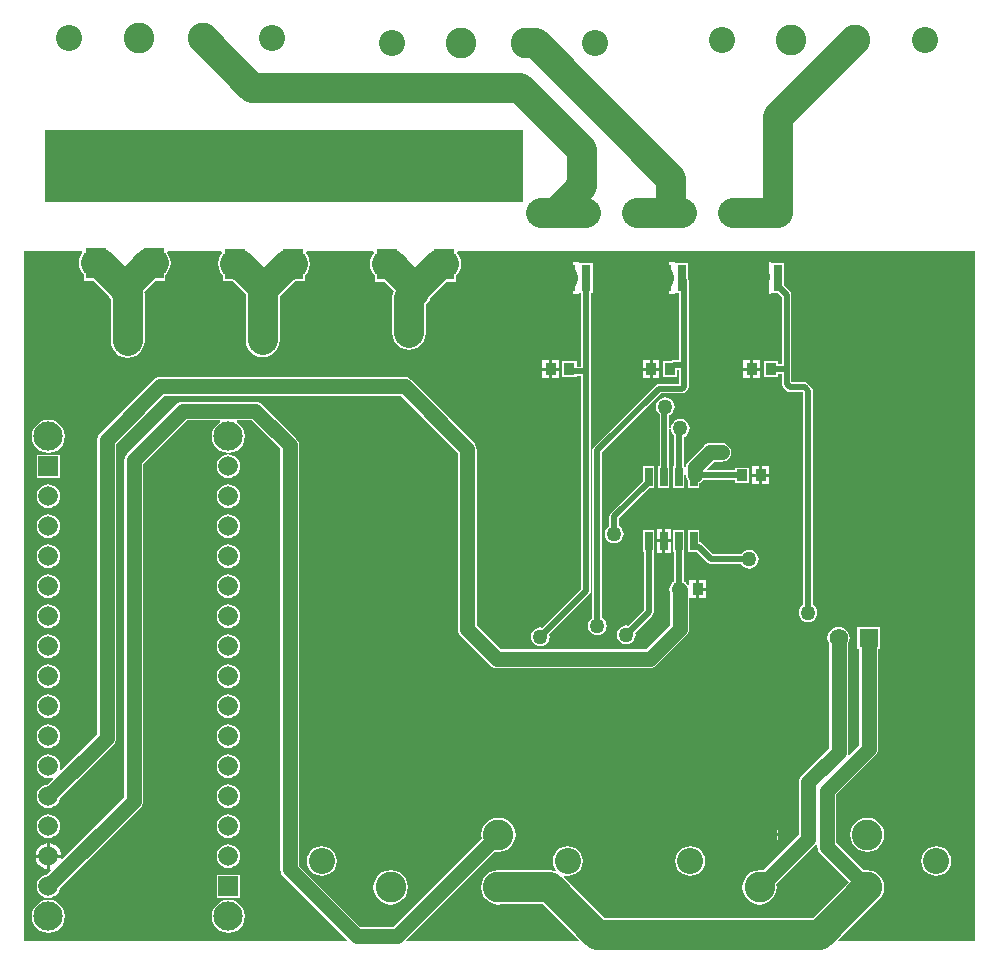
<source format=gtl>
G04*
G04 #@! TF.GenerationSoftware,Altium Limited,Altium Designer,19.1.7 (138)*
G04*
G04 Layer_Physical_Order=1*
G04 Layer_Color=255*
%FSLAX25Y25*%
%MOIN*%
G70*
G01*
G75*
%ADD10C,0.02000*%
%ADD16R,0.02559X0.06004*%
%ADD17R,0.06693X0.10472*%
%ADD18R,0.06693X0.06693*%
%ADD19R,0.03150X0.08661*%
%ADD20R,0.03543X0.03937*%
%ADD30C,0.10200*%
%ADD33C,0.10000*%
%ADD34C,0.05000*%
%ADD35R,0.18400X0.17600*%
%ADD36R,0.17200X0.17200*%
%ADD37R,0.19000X0.15400*%
%ADD38R,0.14330X0.14600*%
%ADD39R,0.17400X0.16200*%
%ADD40R,1.59200X0.24400*%
%ADD41R,0.06555X0.06555*%
%ADD42C,0.06555*%
%ADD43C,0.09744*%
%ADD44C,0.08700*%
%ADD45R,0.06201X0.06201*%
%ADD46C,0.06201*%
%ADD47C,0.05000*%
G36*
X433800Y202000D02*
X388542D01*
X388351Y202462D01*
X401402Y215513D01*
X402015Y215984D01*
X402929Y217175D01*
X403503Y218561D01*
X403699Y220049D01*
X403503Y221537D01*
X402929Y222924D01*
X402015Y224114D01*
X400825Y225028D01*
X399438Y225603D01*
X397950Y225798D01*
X396777Y225644D01*
X387527Y234894D01*
Y250905D01*
X400611Y263989D01*
X401108Y264637D01*
X401420Y265391D01*
X401474Y265795D01*
X401527Y266200D01*
X401527Y266200D01*
Y299500D01*
X402100D01*
Y306900D01*
X394700D01*
Y299500D01*
X395273D01*
Y267495D01*
X391815Y264037D01*
X391391Y264320D01*
X391420Y264391D01*
X391527Y265200D01*
X391527Y265200D01*
Y301196D01*
X391632Y301334D01*
X392005Y302234D01*
X392132Y303200D01*
X392005Y304166D01*
X391632Y305066D01*
X391039Y305839D01*
X390266Y306432D01*
X389366Y306805D01*
X388400Y306932D01*
X387434Y306805D01*
X386534Y306432D01*
X385761Y305839D01*
X385168Y305066D01*
X384795Y304166D01*
X384668Y303200D01*
X384795Y302234D01*
X385168Y301334D01*
X385273Y301196D01*
Y266495D01*
X375989Y257211D01*
X375492Y256563D01*
X375180Y255809D01*
X375073Y255000D01*
X375073Y255000D01*
Y237494D01*
X363223Y225644D01*
X362050Y225798D01*
X360562Y225603D01*
X359175Y225028D01*
X357985Y224114D01*
X357071Y222924D01*
X356497Y221537D01*
X356301Y220049D01*
X356497Y218561D01*
X357071Y217175D01*
X357985Y215984D01*
X359175Y215070D01*
X360562Y214496D01*
X362050Y214300D01*
X363538Y214496D01*
X364925Y215070D01*
X366115Y215984D01*
X367029Y217175D01*
X367603Y218561D01*
X367799Y220049D01*
X367645Y221222D01*
X380411Y233988D01*
X380773Y234460D01*
X381273Y234291D01*
Y233599D01*
X381273Y233599D01*
X381380Y232790D01*
X381692Y232036D01*
X382189Y231388D01*
X391745Y221832D01*
X379761Y209848D01*
X310352D01*
X296723Y223477D01*
X296957Y223950D01*
X298050Y223807D01*
X299342Y223977D01*
X300546Y224475D01*
X301580Y225269D01*
X302374Y226303D01*
X302873Y227507D01*
X303043Y228799D01*
X302873Y230091D01*
X302374Y231295D01*
X301580Y232330D01*
X300546Y233123D01*
X299342Y233622D01*
X298050Y233792D01*
X296758Y233622D01*
X295554Y233123D01*
X294520Y232330D01*
X293726Y231295D01*
X293227Y230091D01*
X293057Y228799D01*
X293227Y227507D01*
X293726Y226303D01*
X294062Y225865D01*
X293747Y225454D01*
X293625Y225505D01*
X292163Y225697D01*
X292163Y225697D01*
X275766D01*
X275000Y225798D01*
X273512Y225603D01*
X272125Y225028D01*
X270935Y224114D01*
X270021Y222924D01*
X269447Y221537D01*
X269251Y220049D01*
X269447Y218561D01*
X270021Y217175D01*
X270935Y215984D01*
X272125Y215070D01*
X273512Y214496D01*
X275000Y214300D01*
X275766Y214401D01*
X289823D01*
X301762Y202462D01*
X301571Y202000D01*
X244526D01*
X244335Y202462D01*
X273827Y231954D01*
X275000Y231800D01*
X276488Y231996D01*
X277875Y232570D01*
X279065Y233484D01*
X279979Y234675D01*
X280553Y236061D01*
X280749Y237549D01*
X280553Y239037D01*
X279979Y240424D01*
X279065Y241615D01*
X277875Y242528D01*
X276488Y243103D01*
X275000Y243298D01*
X273512Y243103D01*
X272125Y242528D01*
X270935Y241615D01*
X270021Y240424D01*
X269447Y239037D01*
X269251Y237549D01*
X269405Y236376D01*
X239827Y206798D01*
X229024D01*
X208527Y227295D01*
Y367400D01*
X208527Y367400D01*
X208420Y368209D01*
X208108Y368963D01*
X207611Y369611D01*
X207611Y369611D01*
X196239Y380983D01*
X195591Y381480D01*
X194837Y381792D01*
X194433Y381845D01*
X194028Y381899D01*
X194028Y381899D01*
X169772D01*
X169772Y381899D01*
X168963Y381792D01*
X168209Y381480D01*
X167561Y380983D01*
X151205Y364627D01*
X150708Y363980D01*
X150396Y363226D01*
X150343Y362821D01*
X150290Y362416D01*
X150290Y362416D01*
Y250112D01*
X129704Y229526D01*
X129230Y229759D01*
X129249Y229900D01*
X125500D01*
Y226151D01*
X125641Y226170D01*
X125874Y225696D01*
X124412Y224234D01*
X123988Y224178D01*
X123045Y223787D01*
X122234Y223165D01*
X121613Y222356D01*
X121222Y221412D01*
X121089Y220400D01*
X121222Y219388D01*
X121613Y218444D01*
X122234Y217635D01*
X123045Y217013D01*
X123988Y216622D01*
X125000Y216489D01*
X126012Y216622D01*
X126955Y217013D01*
X127766Y217635D01*
X128387Y218444D01*
X128778Y219388D01*
X128834Y219812D01*
X155627Y246605D01*
X156124Y247253D01*
X156437Y248007D01*
X156543Y248816D01*
Y361121D01*
X171067Y375645D01*
X182148D01*
X182194Y375413D01*
X182195Y375145D01*
X181097Y374303D01*
X180220Y373160D01*
X179669Y371829D01*
X179481Y370400D01*
X179669Y368971D01*
X180220Y367640D01*
X181097Y366497D01*
X182240Y365620D01*
X183572Y365069D01*
X185000Y364881D01*
X186428Y365069D01*
X187760Y365620D01*
X188903Y366497D01*
X189780Y367640D01*
X190331Y368971D01*
X190519Y370400D01*
X190331Y371829D01*
X189780Y373160D01*
X188903Y374303D01*
X187805Y375145D01*
X187806Y375413D01*
X187852Y375645D01*
X192733D01*
X202273Y366105D01*
Y226000D01*
X202273Y226000D01*
X202380Y225191D01*
X202692Y224437D01*
X203189Y223789D01*
X224516Y202462D01*
X224325Y202000D01*
X116800D01*
Y432000D01*
X136135D01*
X136357Y431552D01*
X135908Y430968D01*
X135344Y429605D01*
X135152Y428143D01*
X135344Y426681D01*
X135908Y425319D01*
X136806Y424149D01*
X136854Y424113D01*
Y422307D01*
X140066D01*
X145190Y417183D01*
X145554Y416303D01*
X145752Y416046D01*
Y402200D01*
X145944Y400738D01*
X146508Y399376D01*
X147406Y398206D01*
X148576Y397308D01*
X149938Y396744D01*
X151400Y396552D01*
X152862Y396744D01*
X154224Y397308D01*
X155394Y398206D01*
X156292Y399376D01*
X156856Y400738D01*
X157048Y402200D01*
Y418173D01*
X157048Y418173D01*
X157007Y418488D01*
X160826Y422307D01*
X164038D01*
Y424113D01*
X164085Y424149D01*
X164983Y425319D01*
X165547Y426681D01*
X165740Y428143D01*
X165547Y429605D01*
X164983Y430968D01*
X164535Y431552D01*
X164756Y432000D01*
X182624D01*
X182870Y431500D01*
X182308Y430767D01*
X181744Y429405D01*
X181552Y427943D01*
X181744Y426481D01*
X182308Y425119D01*
X183206Y423949D01*
X183254Y423913D01*
Y422107D01*
X186466D01*
X190752Y417821D01*
Y402400D01*
X190944Y400938D01*
X191508Y399576D01*
X192406Y398406D01*
X193576Y397508D01*
X194938Y396944D01*
X196400Y396752D01*
X197862Y396944D01*
X199224Y397508D01*
X200394Y398406D01*
X201292Y399576D01*
X201856Y400938D01*
X202048Y402400D01*
Y416854D01*
X202102Y416983D01*
X207226Y422107D01*
X210438D01*
Y423913D01*
X210485Y423949D01*
X211383Y425119D01*
X211947Y426481D01*
X212140Y427943D01*
X211947Y429405D01*
X211383Y430767D01*
X210821Y431500D01*
X211067Y432000D01*
X233243D01*
X233489Y431500D01*
X232817Y430624D01*
X232253Y429262D01*
X232060Y427800D01*
X232253Y426338D01*
X232817Y424976D01*
X233715Y423806D01*
X233762Y423770D01*
Y421964D01*
X236974D01*
X240067Y418871D01*
X239744Y418092D01*
X239552Y416630D01*
X239552Y416630D01*
Y404800D01*
X239744Y403338D01*
X240308Y401976D01*
X241206Y400806D01*
X242376Y399908D01*
X243738Y399344D01*
X245200Y399152D01*
X246662Y399344D01*
X248024Y399908D01*
X249194Y400806D01*
X250092Y401976D01*
X250656Y403338D01*
X250848Y404800D01*
Y414290D01*
X251348Y414790D01*
X251348Y414790D01*
X252246Y415960D01*
X252610Y416840D01*
X257734Y421964D01*
X260946D01*
Y423770D01*
X260994Y423806D01*
X261892Y424976D01*
X262456Y426338D01*
X262648Y427800D01*
X262456Y429262D01*
X261892Y430624D01*
X261220Y431500D01*
X261466Y432000D01*
X433800D01*
Y202000D01*
D02*
G37*
%LPC*%
G36*
X360400Y429248D02*
X353554D01*
X352092Y429056D01*
X350825Y428531D01*
X350580D01*
Y428376D01*
X349560Y427594D01*
X348663Y426424D01*
X348098Y425062D01*
X347906Y423600D01*
X348098Y422138D01*
X348663Y420776D01*
X349560Y419606D01*
X350580Y418824D01*
Y417869D01*
X352654D01*
Y423200D01*
X353654D01*
Y417869D01*
X357654D01*
Y423200D01*
X358654D01*
Y417869D01*
X362654D01*
Y423200D01*
Y428728D01*
X361862Y429056D01*
X360400Y429248D01*
D02*
G37*
G36*
X328602Y428848D02*
X321177D01*
X319715Y428656D01*
X319413Y428531D01*
X318602D01*
Y428195D01*
X318353Y428092D01*
X317183Y427194D01*
X316286Y426024D01*
X315721Y424662D01*
X315529Y423200D01*
X315721Y421738D01*
X316286Y420376D01*
X317183Y419206D01*
X318353Y418308D01*
X318602Y418205D01*
Y417869D01*
X319413D01*
X319715Y417744D01*
X321177Y417552D01*
X328602D01*
X330064Y417744D01*
X330366Y417869D01*
X330677D01*
Y423200D01*
Y428531D01*
X330366D01*
X330064Y428656D01*
X328602Y428848D01*
D02*
G37*
G36*
X296400D02*
X288800D01*
X287338Y428656D01*
X287036Y428531D01*
X286625D01*
Y428361D01*
X285976Y428092D01*
X284806Y427194D01*
X283908Y426024D01*
X283344Y424662D01*
X283152Y423200D01*
X283344Y421738D01*
X283908Y420376D01*
X284806Y419206D01*
X285976Y418308D01*
X286625Y418039D01*
Y417869D01*
X287036D01*
X287338Y417744D01*
X288800Y417552D01*
X296400D01*
X297862Y417744D01*
X298164Y417869D01*
X298700D01*
Y423200D01*
Y428531D01*
X298164D01*
X297862Y428656D01*
X296400Y428848D01*
D02*
G37*
G36*
X365729Y428531D02*
X363654D01*
Y423200D01*
Y417869D01*
X365729D01*
Y417873D01*
X365980Y418269D01*
X368022D01*
X369433Y416858D01*
Y394431D01*
X368121D01*
Y395369D01*
X363378D01*
Y390231D01*
X368121D01*
Y391169D01*
X369433D01*
Y387971D01*
X369557Y387347D01*
X369911Y386817D01*
X371175Y385554D01*
X371704Y385200D01*
X372328Y385076D01*
X376406D01*
X376569Y384913D01*
Y314256D01*
X375989Y313811D01*
X375492Y313163D01*
X375180Y312409D01*
X375073Y311600D01*
X375180Y310791D01*
X375492Y310037D01*
X375989Y309389D01*
X376637Y308892D01*
X377391Y308580D01*
X378200Y308473D01*
X379009Y308580D01*
X379763Y308892D01*
X380411Y309389D01*
X380908Y310037D01*
X381220Y310791D01*
X381327Y311600D01*
X381220Y312409D01*
X380908Y313163D01*
X380411Y313811D01*
X379831Y314256D01*
Y385589D01*
X379707Y386213D01*
X379353Y386742D01*
X378235Y387861D01*
X377706Y388214D01*
X377082Y388338D01*
X373004D01*
X372696Y388647D01*
Y392400D01*
X372696Y392400D01*
X372696Y392400D01*
Y417534D01*
X372696Y417534D01*
X372572Y418158D01*
X372218Y418687D01*
X370329Y420576D01*
Y428131D01*
X365980D01*
X365729Y428527D01*
Y428531D01*
D02*
G37*
G36*
X301775D02*
X299700D01*
Y423200D01*
Y417869D01*
X301775D01*
Y417873D01*
X302025Y418269D01*
X302569D01*
Y393631D01*
X301071D01*
Y395369D01*
X296328D01*
Y390231D01*
X301071D01*
Y390369D01*
X302569D01*
Y319476D01*
X289724Y306631D01*
X289000Y306727D01*
X288191Y306620D01*
X287437Y306308D01*
X286789Y305811D01*
X286292Y305163D01*
X285980Y304409D01*
X285873Y303600D01*
X285980Y302791D01*
X286292Y302037D01*
X286789Y301389D01*
X287437Y300892D01*
X288191Y300580D01*
X289000Y300473D01*
X289809Y300580D01*
X290563Y300892D01*
X291211Y301389D01*
X291708Y302037D01*
X292020Y302791D01*
X292127Y303600D01*
X292031Y304324D01*
X305353Y317647D01*
X305707Y318176D01*
X305831Y318800D01*
Y392000D01*
X305831Y392000D01*
Y418269D01*
X306375D01*
Y428131D01*
X302025D01*
X301775Y428527D01*
Y428531D01*
D02*
G37*
G36*
X362222Y395768D02*
X359950D01*
Y393300D01*
X362222D01*
Y395768D01*
D02*
G37*
G36*
X328697D02*
X326425D01*
Y393300D01*
X328697D01*
Y395768D01*
D02*
G37*
G36*
X295172D02*
X292900D01*
Y393300D01*
X295172D01*
Y395768D01*
D02*
G37*
G36*
X325425D02*
X323153D01*
Y393300D01*
X325425D01*
Y395768D01*
D02*
G37*
G36*
X358950D02*
X356679D01*
Y393300D01*
X358950D01*
Y395768D01*
D02*
G37*
G36*
X291900D02*
X289628D01*
Y393300D01*
X291900D01*
Y395768D01*
D02*
G37*
G36*
X362222Y392300D02*
X359950D01*
Y389831D01*
X362222D01*
Y392300D01*
D02*
G37*
G36*
X358950D02*
X356679D01*
Y389831D01*
X358950D01*
Y392300D01*
D02*
G37*
G36*
X328697D02*
X326425D01*
Y389831D01*
X328697D01*
Y392300D01*
D02*
G37*
G36*
X325425D02*
X323153D01*
Y389831D01*
X325425D01*
Y392300D01*
D02*
G37*
G36*
X295172D02*
X292900D01*
Y389831D01*
X295172D01*
Y392300D01*
D02*
G37*
G36*
X291900D02*
X289628D01*
Y389831D01*
X291900D01*
Y392300D01*
D02*
G37*
G36*
X125000Y375919D02*
X123572Y375731D01*
X122240Y375180D01*
X121097Y374303D01*
X120220Y373160D01*
X119669Y371829D01*
X119481Y370400D01*
X119669Y368971D01*
X120220Y367640D01*
X121097Y366497D01*
X122240Y365620D01*
X123572Y365069D01*
X125000Y364881D01*
X126428Y365069D01*
X127760Y365620D01*
X128903Y366497D01*
X129780Y367640D01*
X130331Y368971D01*
X130519Y370400D01*
X130331Y371829D01*
X129780Y373160D01*
X128903Y374303D01*
X127760Y375180D01*
X126428Y375731D01*
X125000Y375919D01*
D02*
G37*
G36*
X365172Y360368D02*
X362900D01*
Y357900D01*
X365172D01*
Y360368D01*
D02*
G37*
G36*
X361900D02*
X359628D01*
Y357900D01*
X361900D01*
Y360368D01*
D02*
G37*
G36*
X128878Y364278D02*
X121122D01*
Y356522D01*
X128878D01*
Y364278D01*
D02*
G37*
G36*
X185000Y364311D02*
X183988Y364178D01*
X183045Y363787D01*
X182235Y363165D01*
X181613Y362355D01*
X181222Y361412D01*
X181089Y360400D01*
X181222Y359388D01*
X181613Y358444D01*
X182235Y357634D01*
X183045Y357013D01*
X183988Y356622D01*
X185000Y356489D01*
X186012Y356622D01*
X186955Y357013D01*
X187766Y357634D01*
X188387Y358444D01*
X188778Y359388D01*
X188911Y360400D01*
X188778Y361412D01*
X188387Y362355D01*
X187766Y363165D01*
X186955Y363787D01*
X186012Y364178D01*
X185000Y364311D01*
D02*
G37*
G36*
X330600Y383327D02*
X329791Y383220D01*
X329037Y382908D01*
X328389Y382411D01*
X327892Y381763D01*
X327580Y381009D01*
X327473Y380200D01*
X327580Y379391D01*
X327892Y378637D01*
X328389Y377989D01*
X328719Y377736D01*
Y360479D01*
X328221D01*
Y353275D01*
X331979D01*
Y357118D01*
X331981Y357127D01*
Y372906D01*
X332481Y372938D01*
X332580Y372191D01*
X332892Y371437D01*
X333389Y370789D01*
X333469Y370728D01*
Y360479D01*
X333221D01*
Y353275D01*
X336980D01*
Y357535D01*
X337479Y357567D01*
X337582Y356791D01*
X337894Y356037D01*
X338221Y355611D01*
Y353275D01*
X341980D01*
Y354815D01*
X342165Y354892D01*
X342813Y355389D01*
X343104Y355769D01*
X353729D01*
Y354832D01*
X358472D01*
Y359968D01*
X353729D01*
Y359031D01*
X344707D01*
X344515Y359493D01*
X346895Y361873D01*
X349400D01*
X350209Y361980D01*
X350963Y362292D01*
X351611Y362789D01*
X352108Y363437D01*
X352420Y364191D01*
X352527Y365000D01*
X352420Y365809D01*
X352108Y366563D01*
X351611Y367211D01*
X350963Y367708D01*
X350209Y368020D01*
X349400Y368127D01*
X345600D01*
X345600Y368127D01*
X345195Y368074D01*
X344791Y368020D01*
X344037Y367708D01*
X343389Y367211D01*
X343389Y367211D01*
X338391Y362213D01*
X337894Y361565D01*
X337582Y360811D01*
X337479Y360035D01*
X336980Y360068D01*
Y360479D01*
X336731D01*
Y370113D01*
X337163Y370292D01*
X337811Y370789D01*
X338308Y371437D01*
X338620Y372191D01*
X338727Y373000D01*
X338620Y373809D01*
X338308Y374563D01*
X337811Y375211D01*
X337163Y375708D01*
X336409Y376020D01*
X335600Y376127D01*
X334791Y376020D01*
X334037Y375708D01*
X333389Y375211D01*
X332892Y374563D01*
X332580Y373809D01*
X332481Y373061D01*
X331981Y373094D01*
Y377417D01*
X332163Y377492D01*
X332811Y377989D01*
X333308Y378637D01*
X333620Y379391D01*
X333727Y380200D01*
X333620Y381009D01*
X333308Y381763D01*
X332811Y382411D01*
X332163Y382908D01*
X331409Y383220D01*
X330600Y383327D01*
D02*
G37*
G36*
X365172Y356900D02*
X362900D01*
Y354432D01*
X365172D01*
Y356900D01*
D02*
G37*
G36*
X361900D02*
X359628D01*
Y354432D01*
X361900D01*
Y356900D01*
D02*
G37*
G36*
X185000Y354311D02*
X183988Y354178D01*
X183045Y353787D01*
X182235Y353166D01*
X181613Y352356D01*
X181222Y351412D01*
X181089Y350400D01*
X181222Y349388D01*
X181613Y348445D01*
X182235Y347635D01*
X183045Y347013D01*
X183988Y346622D01*
X185000Y346489D01*
X186012Y346622D01*
X186955Y347013D01*
X187766Y347635D01*
X188387Y348445D01*
X188778Y349388D01*
X188911Y350400D01*
X188778Y351412D01*
X188387Y352356D01*
X187766Y353166D01*
X186955Y353787D01*
X186012Y354178D01*
X185000Y354311D01*
D02*
G37*
G36*
X125000D02*
X123988Y354178D01*
X123045Y353787D01*
X122234Y353166D01*
X121613Y352356D01*
X121222Y351412D01*
X121089Y350400D01*
X121222Y349388D01*
X121613Y348445D01*
X122234Y347635D01*
X123045Y347013D01*
X123988Y346622D01*
X125000Y346489D01*
X126012Y346622D01*
X126955Y347013D01*
X127766Y347635D01*
X128387Y348445D01*
X128778Y349388D01*
X128911Y350400D01*
X128778Y351412D01*
X128387Y352356D01*
X127766Y353166D01*
X126955Y353787D01*
X126012Y354178D01*
X125000Y354311D01*
D02*
G37*
G36*
X185000Y344311D02*
X183988Y344178D01*
X183045Y343787D01*
X182235Y343165D01*
X181613Y342355D01*
X181222Y341412D01*
X181089Y340400D01*
X181222Y339388D01*
X181613Y338444D01*
X182235Y337634D01*
X183045Y337013D01*
X183988Y336622D01*
X185000Y336489D01*
X186012Y336622D01*
X186955Y337013D01*
X187766Y337634D01*
X188387Y338444D01*
X188778Y339388D01*
X188911Y340400D01*
X188778Y341412D01*
X188387Y342355D01*
X187766Y343165D01*
X186955Y343787D01*
X186012Y344178D01*
X185000Y344311D01*
D02*
G37*
G36*
X125000D02*
X123988Y344178D01*
X123045Y343787D01*
X122234Y343165D01*
X121613Y342355D01*
X121222Y341412D01*
X121089Y340400D01*
X121222Y339388D01*
X121613Y338444D01*
X122234Y337634D01*
X123045Y337013D01*
X123988Y336622D01*
X125000Y336489D01*
X126012Y336622D01*
X126955Y337013D01*
X127766Y337634D01*
X128387Y338444D01*
X128778Y339388D01*
X128911Y340400D01*
X128778Y341412D01*
X128387Y342355D01*
X127766Y343165D01*
X126955Y343787D01*
X126012Y344178D01*
X125000Y344311D01*
D02*
G37*
G36*
X332380Y339525D02*
X330600D01*
Y336023D01*
X332380D01*
Y339525D01*
D02*
G37*
G36*
X329600D02*
X327820D01*
Y336023D01*
X329600D01*
Y339525D01*
D02*
G37*
G36*
X326979Y360479D02*
X323220D01*
Y355582D01*
X312446Y344808D01*
X312093Y344279D01*
X311969Y343655D01*
Y340456D01*
X311389Y340011D01*
X310892Y339363D01*
X310580Y338609D01*
X310473Y337800D01*
X310580Y336991D01*
X310892Y336237D01*
X311389Y335589D01*
X312037Y335092D01*
X312791Y334780D01*
X313600Y334673D01*
X314409Y334780D01*
X315163Y335092D01*
X315811Y335589D01*
X316308Y336237D01*
X316620Y336991D01*
X316727Y337800D01*
X316620Y338609D01*
X316308Y339363D01*
X315811Y340011D01*
X315231Y340456D01*
Y342979D01*
X325528Y353275D01*
X326979D01*
Y360479D01*
D02*
G37*
G36*
X332380Y335023D02*
X330600D01*
Y331521D01*
X332380D01*
Y335023D01*
D02*
G37*
G36*
X329600D02*
X327820D01*
Y331521D01*
X329600D01*
Y335023D01*
D02*
G37*
G36*
X185000Y334311D02*
X183988Y334178D01*
X183045Y333787D01*
X182235Y333166D01*
X181613Y332355D01*
X181222Y331412D01*
X181089Y330400D01*
X181222Y329388D01*
X181613Y328445D01*
X182235Y327635D01*
X183045Y327013D01*
X183988Y326622D01*
X185000Y326489D01*
X186012Y326622D01*
X186955Y327013D01*
X187766Y327635D01*
X188387Y328445D01*
X188778Y329388D01*
X188911Y330400D01*
X188778Y331412D01*
X188387Y332355D01*
X187766Y333166D01*
X186955Y333787D01*
X186012Y334178D01*
X185000Y334311D01*
D02*
G37*
G36*
X125000D02*
X123988Y334178D01*
X123045Y333787D01*
X122234Y333166D01*
X121613Y332355D01*
X121222Y331412D01*
X121089Y330400D01*
X121222Y329388D01*
X121613Y328445D01*
X122234Y327635D01*
X123045Y327013D01*
X123988Y326622D01*
X125000Y326489D01*
X126012Y326622D01*
X126955Y327013D01*
X127766Y327635D01*
X128387Y328445D01*
X128778Y329388D01*
X128911Y330400D01*
X128778Y331412D01*
X128387Y332355D01*
X127766Y333166D01*
X126955Y333787D01*
X126012Y334178D01*
X125000Y334311D01*
D02*
G37*
G36*
X341980Y339125D02*
X338221D01*
Y331921D01*
X340222D01*
X340380Y331890D01*
X341203D01*
X344847Y328246D01*
X345376Y327893D01*
X346000Y327769D01*
X355944D01*
X356389Y327189D01*
X357037Y326692D01*
X357791Y326380D01*
X358600Y326273D01*
X359409Y326380D01*
X360163Y326692D01*
X360811Y327189D01*
X361308Y327837D01*
X361620Y328591D01*
X361727Y329400D01*
X361620Y330209D01*
X361308Y330963D01*
X360811Y331611D01*
X360163Y332108D01*
X359409Y332420D01*
X358600Y332527D01*
X357791Y332420D01*
X357037Y332108D01*
X356389Y331611D01*
X355944Y331031D01*
X346676D01*
X343033Y334674D01*
X342503Y335028D01*
X341980Y335132D01*
Y339125D01*
D02*
G37*
G36*
X344172Y322369D02*
X341900D01*
Y319900D01*
X344172D01*
Y322369D01*
D02*
G37*
G36*
X185000Y324311D02*
X183988Y324178D01*
X183045Y323787D01*
X182235Y323165D01*
X181613Y322356D01*
X181222Y321412D01*
X181089Y320400D01*
X181222Y319388D01*
X181613Y318444D01*
X182235Y317635D01*
X183045Y317013D01*
X183988Y316622D01*
X185000Y316489D01*
X186012Y316622D01*
X186955Y317013D01*
X187766Y317635D01*
X188387Y318444D01*
X188778Y319388D01*
X188911Y320400D01*
X188778Y321412D01*
X188387Y322356D01*
X187766Y323165D01*
X186955Y323787D01*
X186012Y324178D01*
X185000Y324311D01*
D02*
G37*
G36*
X125000D02*
X123988Y324178D01*
X123045Y323787D01*
X122234Y323165D01*
X121613Y322356D01*
X121222Y321412D01*
X121089Y320400D01*
X121222Y319388D01*
X121613Y318444D01*
X122234Y317635D01*
X123045Y317013D01*
X123988Y316622D01*
X125000Y316489D01*
X126012Y316622D01*
X126955Y317013D01*
X127766Y317635D01*
X128387Y318444D01*
X128778Y319388D01*
X128911Y320400D01*
X128778Y321412D01*
X128387Y322356D01*
X127766Y323165D01*
X126955Y323787D01*
X126012Y324178D01*
X125000Y324311D01*
D02*
G37*
G36*
X344172Y318900D02*
X341900D01*
Y316431D01*
X344172D01*
Y318900D01*
D02*
G37*
G36*
X326979Y339125D02*
X323220D01*
Y331921D01*
X323469D01*
Y312376D01*
X318324Y307231D01*
X317600Y307327D01*
X316791Y307220D01*
X316037Y306908D01*
X315389Y306411D01*
X314892Y305763D01*
X314580Y305009D01*
X314473Y304200D01*
X314580Y303391D01*
X314892Y302637D01*
X315389Y301989D01*
X316037Y301492D01*
X316791Y301180D01*
X317600Y301073D01*
X318409Y301180D01*
X319163Y301492D01*
X319811Y301989D01*
X320308Y302637D01*
X320620Y303391D01*
X320727Y304200D01*
X320631Y304924D01*
X326254Y310546D01*
X326607Y311076D01*
X326731Y311700D01*
Y331921D01*
X326979D01*
Y339125D01*
D02*
G37*
G36*
X185000Y314311D02*
X183988Y314178D01*
X183045Y313787D01*
X182235Y313165D01*
X181613Y312355D01*
X181222Y311412D01*
X181089Y310400D01*
X181222Y309388D01*
X181613Y308444D01*
X182235Y307634D01*
X183045Y307013D01*
X183988Y306622D01*
X185000Y306489D01*
X186012Y306622D01*
X186955Y307013D01*
X187766Y307634D01*
X188387Y308444D01*
X188778Y309388D01*
X188911Y310400D01*
X188778Y311412D01*
X188387Y312355D01*
X187766Y313165D01*
X186955Y313787D01*
X186012Y314178D01*
X185000Y314311D01*
D02*
G37*
G36*
X125000D02*
X123988Y314178D01*
X123045Y313787D01*
X122234Y313165D01*
X121613Y312355D01*
X121222Y311412D01*
X121089Y310400D01*
X121222Y309388D01*
X121613Y308444D01*
X122234Y307634D01*
X123045Y307013D01*
X123988Y306622D01*
X125000Y306489D01*
X126012Y306622D01*
X126955Y307013D01*
X127766Y307634D01*
X128387Y308444D01*
X128778Y309388D01*
X128911Y310400D01*
X128778Y311412D01*
X128387Y312355D01*
X127766Y313165D01*
X126955Y313787D01*
X126012Y314178D01*
X125000Y314311D01*
D02*
G37*
G36*
X333752Y428531D02*
X331677D01*
Y423200D01*
Y417869D01*
X333752D01*
Y417873D01*
X334002Y418269D01*
X335121D01*
Y395831D01*
X333624D01*
X333000Y395707D01*
X332493Y395369D01*
X329853D01*
Y390231D01*
X334596D01*
Y392569D01*
X335121D01*
Y387938D01*
X328606D01*
X327981Y387814D01*
X327452Y387461D01*
X306846Y366855D01*
X306493Y366326D01*
X306369Y365702D01*
Y309856D01*
X305789Y309411D01*
X305292Y308763D01*
X304980Y308009D01*
X304873Y307200D01*
X304980Y306391D01*
X305292Y305637D01*
X305789Y304989D01*
X306437Y304492D01*
X307191Y304180D01*
X308000Y304073D01*
X308809Y304180D01*
X309563Y304492D01*
X310211Y304989D01*
X310708Y305637D01*
X311020Y306391D01*
X311127Y307200D01*
X311020Y308009D01*
X310708Y308763D01*
X310211Y309411D01*
X309631Y309856D01*
Y365026D01*
X329281Y384676D01*
X336201D01*
X336825Y384800D01*
X337354Y385154D01*
X337906Y385705D01*
X338259Y386234D01*
X338383Y386858D01*
Y394200D01*
Y422625D01*
X338352Y422783D01*
Y428131D01*
X334002D01*
X333752Y428527D01*
Y428531D01*
D02*
G37*
G36*
X185000Y304311D02*
X183988Y304178D01*
X183045Y303787D01*
X182235Y303166D01*
X181613Y302356D01*
X181222Y301412D01*
X181089Y300400D01*
X181222Y299388D01*
X181613Y298445D01*
X182235Y297635D01*
X183045Y297013D01*
X183988Y296622D01*
X185000Y296489D01*
X186012Y296622D01*
X186955Y297013D01*
X187766Y297635D01*
X188387Y298445D01*
X188778Y299388D01*
X188911Y300400D01*
X188778Y301412D01*
X188387Y302356D01*
X187766Y303166D01*
X186955Y303787D01*
X186012Y304178D01*
X185000Y304311D01*
D02*
G37*
G36*
X125000D02*
X123988Y304178D01*
X123045Y303787D01*
X122234Y303166D01*
X121613Y302356D01*
X121222Y301412D01*
X121089Y300400D01*
X121222Y299388D01*
X121613Y298445D01*
X122234Y297635D01*
X123045Y297013D01*
X123988Y296622D01*
X125000Y296489D01*
X126012Y296622D01*
X126955Y297013D01*
X127766Y297635D01*
X128387Y298445D01*
X128778Y299388D01*
X128911Y300400D01*
X128778Y301412D01*
X128387Y302356D01*
X127766Y303166D01*
X126955Y303787D01*
X126012Y304178D01*
X125000Y304311D01*
D02*
G37*
G36*
X243736Y390127D02*
X243736Y390127D01*
X162200D01*
X161391Y390020D01*
X160637Y389708D01*
X159989Y389211D01*
X142189Y371411D01*
X141692Y370763D01*
X141380Y370009D01*
X141273Y369200D01*
X141273Y369200D01*
Y271095D01*
X129144Y258966D01*
X128720Y259249D01*
X128778Y259388D01*
X128911Y260400D01*
X128778Y261412D01*
X128387Y262355D01*
X127766Y263165D01*
X126955Y263787D01*
X126012Y264178D01*
X125000Y264311D01*
X123988Y264178D01*
X123045Y263787D01*
X122234Y263165D01*
X121613Y262355D01*
X121222Y261412D01*
X121089Y260400D01*
X121222Y259388D01*
X121613Y258444D01*
X122234Y257634D01*
X123045Y257013D01*
X123988Y256622D01*
X125000Y256489D01*
X126012Y256622D01*
X126151Y256680D01*
X126434Y256256D01*
X124412Y254234D01*
X123988Y254178D01*
X123045Y253787D01*
X122234Y253166D01*
X121613Y252356D01*
X121222Y251412D01*
X121089Y250400D01*
X121222Y249388D01*
X121613Y248445D01*
X122234Y247635D01*
X123045Y247013D01*
X123988Y246622D01*
X125000Y246489D01*
X126012Y246622D01*
X126955Y247013D01*
X127766Y247635D01*
X128387Y248445D01*
X128778Y249388D01*
X128834Y249812D01*
X146611Y267589D01*
X146611Y267589D01*
X147108Y268237D01*
X147420Y268991D01*
X147527Y269800D01*
Y367905D01*
X163495Y383873D01*
X242441D01*
X261473Y364841D01*
Y306115D01*
X261473Y306115D01*
X261580Y305306D01*
X261892Y304551D01*
X262389Y303904D01*
X272304Y293989D01*
X272951Y293492D01*
X273706Y293180D01*
X274515Y293073D01*
X325400D01*
X325400Y293073D01*
X326209Y293180D01*
X326963Y293492D01*
X327611Y293989D01*
X337611Y303989D01*
X337611Y303989D01*
X338108Y304637D01*
X338420Y305391D01*
X338527Y306200D01*
X338527Y306200D01*
Y315974D01*
X338628Y316431D01*
X339027Y316431D01*
X340900D01*
Y319400D01*
Y322369D01*
X338628D01*
Y320714D01*
X338128Y320615D01*
X338108Y320664D01*
X337611Y321312D01*
X337611Y321312D01*
X337472Y321450D01*
Y321969D01*
X336846D01*
X336731Y322056D01*
Y331921D01*
X336980D01*
Y339125D01*
X333221D01*
Y331921D01*
X333469D01*
Y322055D01*
X333356Y321969D01*
X332729D01*
Y321402D01*
X332393Y320963D01*
X332081Y320209D01*
X331974Y319400D01*
X332081Y318591D01*
X332273Y318126D01*
Y307495D01*
X324105Y299327D01*
X275810D01*
X267727Y307410D01*
Y366136D01*
X267727Y366136D01*
X267673Y366540D01*
X267620Y366945D01*
X267308Y367699D01*
X266811Y368347D01*
X245947Y389211D01*
X245299Y389708D01*
X244545Y390020D01*
X243736Y390127D01*
D02*
G37*
G36*
X185000Y294311D02*
X183988Y294178D01*
X183045Y293787D01*
X182235Y293165D01*
X181613Y292355D01*
X181222Y291412D01*
X181089Y290400D01*
X181222Y289388D01*
X181613Y288444D01*
X182235Y287634D01*
X183045Y287013D01*
X183988Y286622D01*
X185000Y286489D01*
X186012Y286622D01*
X186955Y287013D01*
X187766Y287634D01*
X188387Y288444D01*
X188778Y289388D01*
X188911Y290400D01*
X188778Y291412D01*
X188387Y292355D01*
X187766Y293165D01*
X186955Y293787D01*
X186012Y294178D01*
X185000Y294311D01*
D02*
G37*
G36*
X125000D02*
X123988Y294178D01*
X123045Y293787D01*
X122234Y293165D01*
X121613Y292355D01*
X121222Y291412D01*
X121089Y290400D01*
X121222Y289388D01*
X121613Y288444D01*
X122234Y287634D01*
X123045Y287013D01*
X123988Y286622D01*
X125000Y286489D01*
X126012Y286622D01*
X126955Y287013D01*
X127766Y287634D01*
X128387Y288444D01*
X128778Y289388D01*
X128911Y290400D01*
X128778Y291412D01*
X128387Y292355D01*
X127766Y293165D01*
X126955Y293787D01*
X126012Y294178D01*
X125000Y294311D01*
D02*
G37*
G36*
X185000Y284311D02*
X183988Y284178D01*
X183045Y283787D01*
X182235Y283166D01*
X181613Y282355D01*
X181222Y281412D01*
X181089Y280400D01*
X181222Y279388D01*
X181613Y278445D01*
X182235Y277635D01*
X183045Y277013D01*
X183988Y276622D01*
X185000Y276489D01*
X186012Y276622D01*
X186955Y277013D01*
X187766Y277635D01*
X188387Y278445D01*
X188778Y279388D01*
X188911Y280400D01*
X188778Y281412D01*
X188387Y282355D01*
X187766Y283166D01*
X186955Y283787D01*
X186012Y284178D01*
X185000Y284311D01*
D02*
G37*
G36*
X125000D02*
X123988Y284178D01*
X123045Y283787D01*
X122234Y283166D01*
X121613Y282355D01*
X121222Y281412D01*
X121089Y280400D01*
X121222Y279388D01*
X121613Y278445D01*
X122234Y277635D01*
X123045Y277013D01*
X123988Y276622D01*
X125000Y276489D01*
X126012Y276622D01*
X126955Y277013D01*
X127766Y277635D01*
X128387Y278445D01*
X128778Y279388D01*
X128911Y280400D01*
X128778Y281412D01*
X128387Y282355D01*
X127766Y283166D01*
X126955Y283787D01*
X126012Y284178D01*
X125000Y284311D01*
D02*
G37*
G36*
X185000Y274311D02*
X183988Y274178D01*
X183045Y273787D01*
X182235Y273165D01*
X181613Y272356D01*
X181222Y271412D01*
X181089Y270400D01*
X181222Y269388D01*
X181613Y268444D01*
X182235Y267635D01*
X183045Y267013D01*
X183988Y266622D01*
X185000Y266489D01*
X186012Y266622D01*
X186955Y267013D01*
X187766Y267635D01*
X188387Y268444D01*
X188778Y269388D01*
X188911Y270400D01*
X188778Y271412D01*
X188387Y272356D01*
X187766Y273165D01*
X186955Y273787D01*
X186012Y274178D01*
X185000Y274311D01*
D02*
G37*
G36*
X125000D02*
X123988Y274178D01*
X123045Y273787D01*
X122234Y273165D01*
X121613Y272356D01*
X121222Y271412D01*
X121089Y270400D01*
X121222Y269388D01*
X121613Y268444D01*
X122234Y267635D01*
X123045Y267013D01*
X123988Y266622D01*
X125000Y266489D01*
X126012Y266622D01*
X126955Y267013D01*
X127766Y267635D01*
X128387Y268444D01*
X128778Y269388D01*
X128911Y270400D01*
X128778Y271412D01*
X128387Y272356D01*
X127766Y273165D01*
X126955Y273787D01*
X126012Y274178D01*
X125000Y274311D01*
D02*
G37*
G36*
X185000Y264311D02*
X183988Y264178D01*
X183045Y263787D01*
X182235Y263165D01*
X181613Y262355D01*
X181222Y261412D01*
X181089Y260400D01*
X181222Y259388D01*
X181613Y258444D01*
X182235Y257634D01*
X183045Y257013D01*
X183988Y256622D01*
X185000Y256489D01*
X186012Y256622D01*
X186955Y257013D01*
X187766Y257634D01*
X188387Y258444D01*
X188778Y259388D01*
X188911Y260400D01*
X188778Y261412D01*
X188387Y262355D01*
X187766Y263165D01*
X186955Y263787D01*
X186012Y264178D01*
X185000Y264311D01*
D02*
G37*
G36*
Y254311D02*
X183988Y254178D01*
X183045Y253787D01*
X182235Y253166D01*
X181613Y252356D01*
X181222Y251412D01*
X181089Y250400D01*
X181222Y249388D01*
X181613Y248445D01*
X182235Y247635D01*
X183045Y247013D01*
X183988Y246622D01*
X185000Y246489D01*
X186012Y246622D01*
X186955Y247013D01*
X187766Y247635D01*
X188387Y248445D01*
X188778Y249388D01*
X188911Y250400D01*
X188778Y251412D01*
X188387Y252356D01*
X187766Y253166D01*
X186955Y253787D01*
X186012Y254178D01*
X185000Y254311D01*
D02*
G37*
G36*
X362550Y243630D02*
Y238049D01*
X368130D01*
X368062Y238745D01*
X367713Y239895D01*
X367146Y240955D01*
X366384Y241883D01*
X365455Y242646D01*
X364396Y243212D01*
X363246Y243561D01*
X362550Y243630D01*
D02*
G37*
G36*
X239600D02*
Y238049D01*
X245180D01*
X245112Y238745D01*
X244763Y239895D01*
X244197Y240955D01*
X243434Y241883D01*
X242505Y242646D01*
X241446Y243212D01*
X240296Y243561D01*
X239600Y243630D01*
D02*
G37*
G36*
X361550D02*
X360854Y243561D01*
X359704Y243212D01*
X358645Y242646D01*
X357716Y241883D01*
X356954Y240955D01*
X356387Y239895D01*
X356038Y238745D01*
X355970Y238049D01*
X361550D01*
Y243630D01*
D02*
G37*
G36*
X238600D02*
X237904Y243561D01*
X236754Y243212D01*
X235695Y242646D01*
X234766Y241883D01*
X234003Y240955D01*
X233437Y239895D01*
X233088Y238745D01*
X233020Y238049D01*
X238600D01*
Y243630D01*
D02*
G37*
G36*
X185000Y244311D02*
X183988Y244178D01*
X183045Y243787D01*
X182235Y243165D01*
X181613Y242355D01*
X181222Y241412D01*
X181089Y240400D01*
X181222Y239388D01*
X181613Y238444D01*
X182235Y237634D01*
X183045Y237013D01*
X183988Y236622D01*
X185000Y236489D01*
X186012Y236622D01*
X186955Y237013D01*
X187766Y237634D01*
X188387Y238444D01*
X188778Y239388D01*
X188911Y240400D01*
X188778Y241412D01*
X188387Y242355D01*
X187766Y243165D01*
X186955Y243787D01*
X186012Y244178D01*
X185000Y244311D01*
D02*
G37*
G36*
X125000D02*
X123988Y244178D01*
X123045Y243787D01*
X122234Y243165D01*
X121613Y242355D01*
X121222Y241412D01*
X121089Y240400D01*
X121222Y239388D01*
X121613Y238444D01*
X122234Y237634D01*
X123045Y237013D01*
X123988Y236622D01*
X125000Y236489D01*
X126012Y236622D01*
X126955Y237013D01*
X127766Y237634D01*
X128387Y238444D01*
X128778Y239388D01*
X128911Y240400D01*
X128778Y241412D01*
X128387Y242355D01*
X127766Y243165D01*
X126955Y243787D01*
X126012Y244178D01*
X125000Y244311D01*
D02*
G37*
G36*
X397950Y243298D02*
X396462Y243103D01*
X395075Y242528D01*
X393885Y241615D01*
X392971Y240424D01*
X392397Y239037D01*
X392201Y237549D01*
X392397Y236061D01*
X392971Y234675D01*
X393885Y233484D01*
X395075Y232570D01*
X396462Y231996D01*
X397950Y231800D01*
X399438Y231996D01*
X400825Y232570D01*
X402015Y233484D01*
X402929Y234675D01*
X403503Y236061D01*
X403699Y237549D01*
X403503Y239037D01*
X402929Y240424D01*
X402015Y241615D01*
X400825Y242528D01*
X399438Y243103D01*
X397950Y243298D01*
D02*
G37*
G36*
X245180Y237049D02*
X239600D01*
Y231469D01*
X240296Y231537D01*
X241446Y231886D01*
X242505Y232453D01*
X243434Y233215D01*
X244197Y234144D01*
X244763Y235204D01*
X245112Y236353D01*
X245180Y237049D01*
D02*
G37*
G36*
X368130D02*
X362550D01*
Y231469D01*
X363246Y231537D01*
X364396Y231886D01*
X365455Y232453D01*
X366384Y233215D01*
X367146Y234144D01*
X367713Y235204D01*
X368062Y236353D01*
X368130Y237049D01*
D02*
G37*
G36*
X361550D02*
X355970D01*
X356038Y236353D01*
X356387Y235204D01*
X356954Y234144D01*
X357716Y233215D01*
X358645Y232453D01*
X359704Y231886D01*
X360854Y231537D01*
X361550Y231469D01*
Y237049D01*
D02*
G37*
G36*
X238600D02*
X233020D01*
X233088Y236353D01*
X233437Y235204D01*
X234003Y234144D01*
X234766Y233215D01*
X235695Y232453D01*
X236754Y231886D01*
X237904Y231537D01*
X238600Y231469D01*
Y237049D01*
D02*
G37*
G36*
X125500Y234649D02*
Y230900D01*
X129249D01*
X129167Y231517D01*
X128736Y232557D01*
X128051Y233451D01*
X127157Y234136D01*
X126117Y234567D01*
X125500Y234649D01*
D02*
G37*
G36*
X124500D02*
X123883Y234567D01*
X122843Y234136D01*
X121949Y233451D01*
X121264Y232557D01*
X120833Y231517D01*
X120751Y230900D01*
X124500D01*
Y234649D01*
D02*
G37*
G36*
X185000Y234311D02*
X183988Y234178D01*
X183045Y233787D01*
X182235Y233166D01*
X181613Y232355D01*
X181222Y231412D01*
X181089Y230400D01*
X181222Y229388D01*
X181613Y228445D01*
X182235Y227635D01*
X183045Y227013D01*
X183988Y226622D01*
X185000Y226489D01*
X186012Y226622D01*
X186955Y227013D01*
X187766Y227635D01*
X188387Y228445D01*
X188778Y229388D01*
X188911Y230400D01*
X188778Y231412D01*
X188387Y232355D01*
X187766Y233166D01*
X186955Y233787D01*
X186012Y234178D01*
X185000Y234311D01*
D02*
G37*
G36*
X124500Y229900D02*
X120751D01*
X120833Y229283D01*
X121264Y228243D01*
X121949Y227349D01*
X122843Y226664D01*
X123883Y226233D01*
X124500Y226151D01*
Y229900D01*
D02*
G37*
G36*
X421000Y233792D02*
X419708Y233622D01*
X418504Y233123D01*
X417470Y232330D01*
X416676Y231295D01*
X416177Y230091D01*
X416007Y228799D01*
X416177Y227507D01*
X416676Y226303D01*
X417470Y225269D01*
X418504Y224475D01*
X419708Y223977D01*
X421000Y223807D01*
X422292Y223977D01*
X423496Y224475D01*
X424530Y225269D01*
X425324Y226303D01*
X425823Y227507D01*
X425993Y228799D01*
X425823Y230091D01*
X425324Y231295D01*
X424530Y232330D01*
X423496Y233123D01*
X422292Y233622D01*
X421000Y233792D01*
D02*
G37*
G36*
X339000D02*
X337708Y233622D01*
X336504Y233123D01*
X335470Y232330D01*
X334676Y231295D01*
X334177Y230091D01*
X334007Y228799D01*
X334177Y227507D01*
X334676Y226303D01*
X335470Y225269D01*
X336504Y224475D01*
X337708Y223977D01*
X339000Y223807D01*
X340292Y223977D01*
X341496Y224475D01*
X342530Y225269D01*
X343324Y226303D01*
X343823Y227507D01*
X343993Y228799D01*
X343823Y230091D01*
X343324Y231295D01*
X342530Y232330D01*
X341496Y233123D01*
X340292Y233622D01*
X339000Y233792D01*
D02*
G37*
G36*
X216050D02*
X214758Y233622D01*
X213554Y233123D01*
X212520Y232330D01*
X211726Y231295D01*
X211227Y230091D01*
X211057Y228799D01*
X211227Y227507D01*
X211726Y226303D01*
X212520Y225269D01*
X213554Y224475D01*
X214758Y223977D01*
X216050Y223807D01*
X217342Y223977D01*
X218546Y224475D01*
X219580Y225269D01*
X220374Y226303D01*
X220873Y227507D01*
X221043Y228799D01*
X220873Y230091D01*
X220374Y231295D01*
X219580Y232330D01*
X218546Y233123D01*
X217342Y233622D01*
X216050Y233792D01*
D02*
G37*
G36*
X188878Y224278D02*
X181122D01*
Y216522D01*
X188878D01*
Y224278D01*
D02*
G37*
G36*
X239100Y225798D02*
X237612Y225603D01*
X236225Y225028D01*
X235035Y224114D01*
X234121Y222924D01*
X233547Y221537D01*
X233351Y220049D01*
X233547Y218561D01*
X234121Y217175D01*
X235035Y215984D01*
X236225Y215070D01*
X237612Y214496D01*
X239100Y214300D01*
X240588Y214496D01*
X241975Y215070D01*
X243165Y215984D01*
X244079Y217175D01*
X244653Y218561D01*
X244849Y220049D01*
X244653Y221537D01*
X244079Y222924D01*
X243165Y224114D01*
X241975Y225028D01*
X240588Y225603D01*
X239100Y225798D01*
D02*
G37*
G36*
X185000Y215919D02*
X183572Y215731D01*
X182240Y215180D01*
X181097Y214303D01*
X180220Y213160D01*
X179669Y211828D01*
X179481Y210400D01*
X179669Y208972D01*
X180220Y207640D01*
X181097Y206497D01*
X182240Y205620D01*
X183572Y205069D01*
X185000Y204881D01*
X186428Y205069D01*
X187760Y205620D01*
X188903Y206497D01*
X189780Y207640D01*
X190331Y208972D01*
X190519Y210400D01*
X190331Y211828D01*
X189780Y213160D01*
X188903Y214303D01*
X187760Y215180D01*
X186428Y215731D01*
X185000Y215919D01*
D02*
G37*
G36*
X125000D02*
X123572Y215731D01*
X122240Y215180D01*
X121097Y214303D01*
X120220Y213160D01*
X119669Y211828D01*
X119481Y210400D01*
X119669Y208972D01*
X120220Y207640D01*
X121097Y206497D01*
X122240Y205620D01*
X123572Y205069D01*
X125000Y204881D01*
X126428Y205069D01*
X127760Y205620D01*
X128903Y206497D01*
X129780Y207640D01*
X130331Y208972D01*
X130519Y210400D01*
X130331Y211828D01*
X129780Y213160D01*
X128903Y214303D01*
X127760Y215180D01*
X126428Y215731D01*
X125000Y215919D01*
D02*
G37*
%LPD*%
D10*
X377082Y386707D02*
X378200Y385589D01*
Y311600D02*
Y385589D01*
X340100Y356877D02*
Y357120D01*
X340380Y357400D01*
X356101D01*
X335100Y319400D02*
Y335523D01*
Y356877D02*
Y372500D01*
X335600Y373000D01*
X370665Y392800D02*
X371065Y392400D01*
X365750Y392800D02*
X370665D01*
X336752Y394200D02*
Y422625D01*
Y386858D02*
Y394200D01*
X333624D02*
X336752D01*
X333193Y393769D02*
X333624Y394200D01*
X332996Y393769D02*
X333193D01*
X332224Y392997D02*
X332996Y393769D01*
X332224Y392800D02*
Y392997D01*
X299471Y392000D02*
X304200D01*
X298699Y392772D02*
X299471Y392000D01*
X298699Y392772D02*
Y392800D01*
X336201Y386307D02*
X336752Y386858D01*
X304200Y318800D02*
Y392000D01*
X289000Y303600D02*
X304200Y318800D01*
X325100Y311700D02*
Y335300D01*
X317600Y304200D02*
X325100Y311700D01*
X308000Y365702D02*
X328606Y386307D01*
X308000Y307200D02*
Y365702D01*
X371065Y392400D02*
Y417534D01*
X372328Y386707D02*
X377082D01*
X371065Y387971D02*
X372328Y386707D01*
X371065Y387971D02*
Y392400D01*
X304200Y392000D02*
Y423200D01*
Y392000D02*
X304200Y392000D01*
X336177Y423200D02*
X336752Y422625D01*
X368154Y420444D02*
Y423200D01*
Y420444D02*
X371065Y417534D01*
X328606Y386307D02*
X336201D01*
X341879Y333521D02*
X346000Y329400D01*
X340380Y333521D02*
X341879D01*
X340200Y333700D02*
X340380Y333521D01*
X340200Y333700D02*
Y335200D01*
X346000Y329400D02*
X358600D01*
X330350Y379950D02*
X330600Y380200D01*
X330350Y357127D02*
Y379950D01*
X330100Y356877D02*
X330350Y357127D01*
X313600Y337800D02*
Y343655D01*
X325100Y355155D01*
Y356877D01*
D16*
Y335523D02*
D03*
X330100D02*
D03*
X335100D02*
D03*
X340100D02*
D03*
Y356877D02*
D03*
X335100D02*
D03*
X330100D02*
D03*
X325100D02*
D03*
D17*
X140800Y459600D02*
D03*
X160091D02*
D03*
X140800Y428143D02*
D03*
X160091D02*
D03*
X206491Y427943D02*
D03*
X187200D02*
D03*
X206491Y459400D02*
D03*
X187200D02*
D03*
X257000Y427800D02*
D03*
X237709D02*
D03*
X257000Y459257D02*
D03*
X237709D02*
D03*
D18*
X150446Y419128D02*
D03*
Y468616D02*
D03*
X196846Y468416D02*
D03*
Y418928D02*
D03*
X247354Y468272D02*
D03*
Y418784D02*
D03*
D19*
X289200Y423200D02*
D03*
X294200D02*
D03*
X299200D02*
D03*
X304200D02*
D03*
X289200Y444853D02*
D03*
X304200D02*
D03*
X299200D02*
D03*
X294200D02*
D03*
X321177Y423200D02*
D03*
X326177D02*
D03*
X331177D02*
D03*
X336177D02*
D03*
X321177Y444853D02*
D03*
X336177D02*
D03*
X331177D02*
D03*
X326177D02*
D03*
X353154Y423200D02*
D03*
X358154D02*
D03*
X363154D02*
D03*
X368154D02*
D03*
X353154Y444853D02*
D03*
X368154D02*
D03*
X363154D02*
D03*
X358154D02*
D03*
D20*
X359450Y392800D02*
D03*
X365750D02*
D03*
X292400D02*
D03*
X298699D02*
D03*
X325925D02*
D03*
X332224D02*
D03*
X341400Y319400D02*
D03*
X335101D02*
D03*
X362400Y357400D02*
D03*
X356101D02*
D03*
D30*
X362050Y237549D02*
D03*
X397950D02*
D03*
X362050Y220049D02*
D03*
X397950D02*
D03*
X239100Y237549D02*
D03*
X275000D02*
D03*
X239100Y220049D02*
D03*
X275000D02*
D03*
X262700Y501400D02*
D03*
X284200D02*
D03*
X372500Y502500D02*
D03*
X394000D02*
D03*
X155050Y503000D02*
D03*
X176550D02*
D03*
D33*
X331177Y444853D02*
X336177D01*
X332562Y446238D02*
Y456238D01*
X331177Y444853D02*
X332562Y446238D01*
X294200Y444853D02*
X303000Y453653D01*
X294200Y444853D02*
X299200D01*
X289200D02*
X294200D01*
X282200Y486600D02*
X303000Y465800D01*
X192950Y486600D02*
X282200D01*
X176550Y503000D02*
X192950Y486600D01*
X382101Y204200D02*
X397950Y220049D01*
X308012Y204200D02*
X382101D01*
X292163Y220049D02*
X308012Y204200D01*
X353554Y423600D02*
X360400D01*
X287400Y501400D02*
X332562Y456238D01*
X284200Y501400D02*
X287400D01*
X303000Y453653D02*
Y465800D01*
X275000Y220049D02*
X292163D01*
X196400Y402400D02*
Y418482D01*
X196846Y418928D01*
X255583Y427800D02*
X257000D01*
X247354Y419572D02*
X255583Y427800D01*
X247354Y418784D02*
Y419572D01*
X245200Y404800D02*
Y416630D01*
X247354Y418784D01*
X239126Y427800D02*
X247354Y419572D01*
X237709Y427800D02*
X239126D01*
X196846Y418928D02*
Y419715D01*
X205074Y427943D01*
X206491D01*
X188617D02*
X196846Y419715D01*
X187200Y427943D02*
X188617D01*
X158674Y428143D02*
X160091D01*
X150446Y419915D02*
X158674Y428143D01*
X150446Y419128D02*
Y419915D01*
X142217Y428143D02*
X150446Y419915D01*
X140800Y428143D02*
X142217D01*
X151400Y402200D02*
Y418173D01*
X150446Y419128D02*
X151400Y418173D01*
X368154Y444853D02*
Y476654D01*
X394000Y502500D01*
X363154Y444853D02*
X368154D01*
X358154D02*
X363154D01*
X353154D02*
X358154D01*
X326177D02*
X331177D01*
X321177D02*
X326177D01*
X299200D02*
X304200D01*
X294200Y423200D02*
X296400D01*
X289200D02*
X294200D01*
X326177D02*
X328602D01*
X321177D02*
X326177D01*
X288800D02*
X289200D01*
D34*
X205400Y226000D02*
Y367400D01*
X194028Y378772D02*
X205400Y367400D01*
X169772Y378772D02*
X194028D01*
X153416Y362416D02*
X169772Y378772D01*
X153416Y248816D02*
Y362416D01*
X162200Y387000D02*
X243736D01*
X144400Y369200D02*
X162200Y387000D01*
X144400Y269800D02*
Y369200D01*
X345600Y365000D02*
X349400D01*
X340602Y360002D02*
X345600Y365000D01*
X325400Y296200D02*
X335400Y306200D01*
X274515Y296200D02*
X325400D01*
X264600Y306115D02*
X274515Y296200D01*
X335400Y306200D02*
Y319101D01*
X335101Y319400D02*
X335400Y319101D01*
X340602Y357600D02*
Y360002D01*
X243736Y387000D02*
X264600Y366136D01*
X125000Y250400D02*
X144400Y269800D01*
X227729Y203671D02*
X241122D01*
X275000Y237549D01*
X205400Y226000D02*
X227729Y203671D01*
X274088Y237549D02*
X275000D01*
X384400Y233599D02*
X397950Y220049D01*
X384400Y233599D02*
Y252200D01*
X398400Y266200D01*
Y303200D01*
X388400Y265200D02*
Y303200D01*
X378200Y255000D02*
X388400Y265200D01*
X378200Y236199D02*
Y255000D01*
X362050Y220049D02*
X378200Y236199D01*
X125000Y220400D02*
X153416Y248816D01*
X264600Y306115D02*
Y366136D01*
D35*
X356200Y421400D02*
D03*
D36*
X323200Y421600D02*
D03*
D37*
X290700Y422700D02*
D03*
D38*
X360965Y238300D02*
D03*
D39*
X238300Y238100D02*
D03*
D40*
X203400Y460600D02*
D03*
D41*
X125000Y360400D02*
D03*
X185000Y220400D02*
D03*
D42*
X125000Y350400D02*
D03*
Y340400D02*
D03*
Y330400D02*
D03*
Y320400D02*
D03*
Y310400D02*
D03*
Y300400D02*
D03*
Y290400D02*
D03*
Y280400D02*
D03*
Y270400D02*
D03*
Y260400D02*
D03*
Y250400D02*
D03*
Y240400D02*
D03*
Y230400D02*
D03*
Y220400D02*
D03*
X185000Y230400D02*
D03*
Y240400D02*
D03*
Y250400D02*
D03*
Y260400D02*
D03*
Y270400D02*
D03*
Y280400D02*
D03*
Y290400D02*
D03*
Y300400D02*
D03*
Y310400D02*
D03*
Y320400D02*
D03*
Y330400D02*
D03*
Y340400D02*
D03*
Y350400D02*
D03*
Y360400D02*
D03*
D43*
X125000Y370400D02*
D03*
X185000D02*
D03*
Y210400D02*
D03*
X125000D02*
D03*
D44*
X339000Y228799D02*
D03*
X421000D02*
D03*
X216050D02*
D03*
X298050D02*
D03*
X307250Y501400D02*
D03*
X239650D02*
D03*
X417050Y502500D02*
D03*
X349450D02*
D03*
X199600Y503000D02*
D03*
X132000D02*
D03*
D45*
X398400Y303200D02*
D03*
D46*
X388400D02*
D03*
D47*
X349400Y365000D02*
D03*
X275200Y456000D02*
D03*
X274400Y466800D02*
D03*
X221800D02*
D03*
X222000Y455400D02*
D03*
X173600D02*
D03*
X173400Y466400D02*
D03*
X317600Y304200D02*
D03*
X289000Y303600D02*
D03*
X196400Y402400D02*
D03*
X245200Y404800D02*
D03*
X151400Y402200D02*
D03*
X308000Y307200D02*
D03*
X378200Y311600D02*
D03*
X358600Y329400D02*
D03*
X335600Y373000D02*
D03*
X330600Y380200D02*
D03*
X313600Y337800D02*
D03*
M02*

</source>
